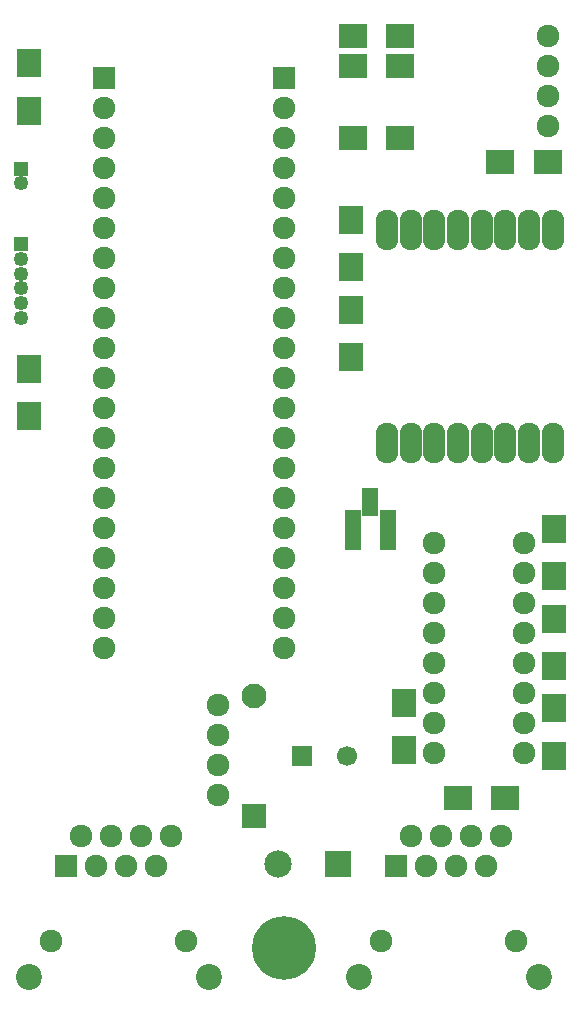
<source format=gts>
G04 #@! TF.FileFunction,Soldermask,Top*
%FSLAX46Y46*%
G04 Gerber Fmt 4.6, Leading zero omitted, Abs format (unit mm)*
G04 Created by KiCad (PCBNEW 4.0.5+dfsg1-4) date Sat Sep 16 12:05:32 2017*
%MOMM*%
%LPD*%
G01*
G04 APERTURE LIST*
%ADD10C,0.100000*%
%ADD11O,1.924000X1.924000*%
%ADD12R,1.924000X1.924000*%
%ADD13O,1.924000X3.448000*%
%ADD14R,1.250000X1.250000*%
%ADD15O,1.250000X1.250000*%
%ADD16R,1.700000X1.700000*%
%ADD17C,1.700000*%
%ADD18R,2.000000X2.400000*%
%ADD19C,5.400000*%
%ADD20C,1.924000*%
%ADD21R,2.100000X2.400000*%
%ADD22R,2.400000X2.100000*%
%ADD23R,2.305000X2.305000*%
%ADD24C,2.305000*%
%ADD25C,2.099260*%
%ADD26R,2.099260X2.099260*%
%ADD27R,2.400000X2.000000*%
%ADD28R,1.400000X2.400000*%
%ADD29R,1.400000X3.400000*%
%ADD30C,2.200000*%
G04 APERTURE END LIST*
D10*
D11*
X150097000Y-139746000D03*
X150097000Y-137206000D03*
X150097000Y-134666000D03*
X150097000Y-132126000D03*
D12*
X140445000Y-79040000D03*
D11*
X140445000Y-81580000D03*
X140445000Y-84120000D03*
X140445000Y-86660000D03*
X140445000Y-89200000D03*
X140445000Y-91740000D03*
X140445000Y-94280000D03*
X140445000Y-96820000D03*
X140445000Y-99360000D03*
X140445000Y-101900000D03*
X140445000Y-104440000D03*
X140445000Y-106980000D03*
X140445000Y-109520000D03*
X140445000Y-112060000D03*
X140445000Y-114600000D03*
X140445000Y-117140000D03*
X140445000Y-119680000D03*
X140445000Y-122220000D03*
X140445000Y-124760000D03*
X140445000Y-127300000D03*
D12*
X155685000Y-79040000D03*
D11*
X155685000Y-81580000D03*
X155685000Y-84120000D03*
X155685000Y-86660000D03*
X155685000Y-89200000D03*
X155685000Y-91740000D03*
X155685000Y-94280000D03*
X155685000Y-96820000D03*
X155685000Y-99360000D03*
X155685000Y-101900000D03*
X155685000Y-104440000D03*
X155685000Y-106980000D03*
X155685000Y-109520000D03*
X155685000Y-112060000D03*
X155685000Y-114600000D03*
X155685000Y-117140000D03*
X155685000Y-119680000D03*
X155685000Y-122220000D03*
X155685000Y-124760000D03*
X155685000Y-127300000D03*
D13*
X164449000Y-91875000D03*
X166449000Y-91875000D03*
X168449000Y-91875000D03*
X170449000Y-91875000D03*
X172449000Y-91875000D03*
X174449000Y-91875000D03*
X176449000Y-91875000D03*
X178449000Y-91875000D03*
X164449000Y-109875000D03*
X166449000Y-109875000D03*
X168449000Y-109875000D03*
X170449000Y-109875000D03*
X172449000Y-109875000D03*
X174449000Y-109875000D03*
X176449000Y-109875000D03*
X178449000Y-109875000D03*
D14*
X133460000Y-86680000D03*
D15*
X133460000Y-87930000D03*
D14*
X133460000Y-93070000D03*
D15*
X133460000Y-94320000D03*
X133460000Y-95570000D03*
X133460000Y-96820000D03*
X133460000Y-98070000D03*
X133460000Y-99320000D03*
D16*
X157209000Y-136444000D03*
D17*
X161009000Y-136444000D03*
D18*
X161400000Y-98630000D03*
X161400000Y-102630000D03*
D19*
X155685000Y-152700000D03*
D20*
X178037000Y-83104000D03*
X178037000Y-80564000D03*
X178037000Y-78024000D03*
X178037000Y-75484000D03*
D21*
X134095000Y-77770000D03*
X134095000Y-81770000D03*
D22*
X165559000Y-78024000D03*
X161559000Y-78024000D03*
X165559000Y-75484000D03*
X161559000Y-75484000D03*
D23*
X160257000Y-145588000D03*
D24*
X155177000Y-145588000D03*
D25*
X153142460Y-131363480D03*
D26*
X153142460Y-141523480D03*
D27*
X178037000Y-86152000D03*
X174037000Y-86152000D03*
D18*
X178545000Y-117204000D03*
X178545000Y-121204000D03*
D27*
X170417000Y-140000000D03*
X174417000Y-140000000D03*
D18*
X178545000Y-128824000D03*
X178545000Y-124824000D03*
X165845000Y-131904000D03*
X165845000Y-135904000D03*
X178545000Y-136380000D03*
X178545000Y-132380000D03*
D27*
X165527000Y-84120000D03*
X161527000Y-84120000D03*
D18*
X161400000Y-91010000D03*
X161400000Y-95010000D03*
X134095000Y-103615000D03*
X134095000Y-107615000D03*
D28*
X163027000Y-114886000D03*
D29*
X161527000Y-117286000D03*
X164527000Y-117286000D03*
D20*
X176005000Y-136190000D03*
X176005000Y-133650000D03*
X176005000Y-131110000D03*
X176005000Y-128570000D03*
X176005000Y-126030000D03*
X176005000Y-123490000D03*
X176005000Y-120950000D03*
X176005000Y-118410000D03*
X168385000Y-118410000D03*
X168385000Y-120950000D03*
X168385000Y-123490000D03*
X168385000Y-126030000D03*
X168385000Y-128570000D03*
X168385000Y-131110000D03*
X168385000Y-133650000D03*
X168385000Y-136190000D03*
X147430000Y-152065000D03*
X136000000Y-152065000D03*
D12*
X137270000Y-145715000D03*
D20*
X138540000Y-143175000D03*
X139810000Y-145715000D03*
X141080000Y-143175000D03*
X142350000Y-145715000D03*
X143620000Y-143175000D03*
X144890000Y-145715000D03*
X146160000Y-143175000D03*
D30*
X134095000Y-155113000D03*
X149335000Y-155113000D03*
D20*
X175370000Y-152065000D03*
X163940000Y-152065000D03*
D12*
X165210000Y-145715000D03*
D20*
X166480000Y-143175000D03*
X167750000Y-145715000D03*
X169020000Y-143175000D03*
X170290000Y-145715000D03*
X171560000Y-143175000D03*
X172830000Y-145715000D03*
X174100000Y-143175000D03*
D30*
X162035000Y-155113000D03*
X177275000Y-155113000D03*
M02*

</source>
